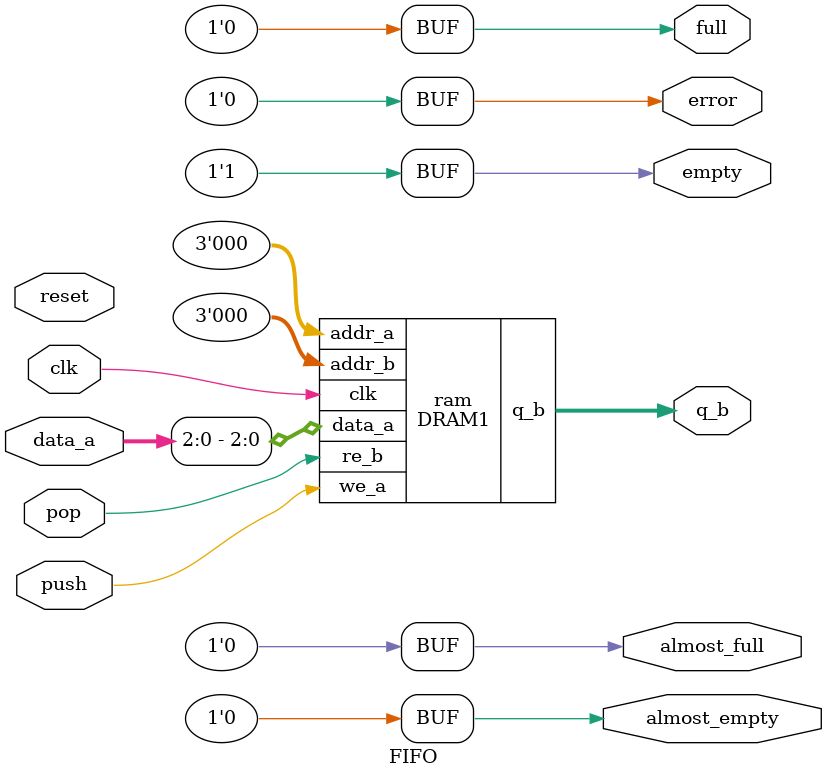
<source format=v>
/* Generated by Yosys 0.7+281 (git sha1 d38a64b, gcc 4.9.2-10 -fPIC -Os) */

(* src = "DRAM/DRAM1.v:1" *)
module DRAM1(data_a, addr_a, addr_b, we_a, re_b, clk, q_b);
  (* src = "DRAM/DRAM1.v:15" *)
  wire [2:0] _000_;
  (* src = "DRAM/DRAM1.v:15" *)
  wire [3:0] _001_;
  wire _002_;
  wire _003_;
  wire _004_;
  wire _005_;
  wire _006_;
  wire _007_;
  wire _008_;
  wire _009_;
  wire _010_;
  wire _011_;
  wire _012_;
  wire _013_;
  wire _014_;
  wire _015_;
  wire _016_;
  wire [3:0] _017_;
  wire [3:0] _018_;
  wire [3:0] _019_;
  wire [3:0] _020_;
  wire [3:0] _021_;
  wire [3:0] _022_;
  wire [3:0] _023_;
  wire [3:0] _024_;
  wire _025_;
  wire _026_;
  wire _027_;
  wire _028_;
  wire _029_;
  wire _030_;
  wire _031_;
  wire _032_;
  wire [3:0] _033_;
  wire [3:0] _034_;
  wire [3:0] _035_;
  wire [3:0] _036_;
  wire [3:0] _037_;
  wire [3:0] _038_;
  wire [3:0] _039_;
  wire [3:0] _040_;
  (* src = "DRAM/DRAM1.v:4" *)
  input [2:0] addr_a;
  (* src = "DRAM/DRAM1.v:4" *)
  input [2:0] addr_b;
  (* src = "DRAM/DRAM1.v:5" *)
  input clk;
  (* src = "DRAM/DRAM1.v:3" *)
  input [2:0] data_a;
  (* src = "DRAM/DRAM1.v:6" *)
  output [3:0] q_b;
  wire [3:0] \ram[0] ;
  wire [3:0] \ram[1] ;
  wire [3:0] \ram[2] ;
  wire [3:0] \ram[3] ;
  wire [3:0] \ram[4] ;
  wire [3:0] \ram[5] ;
  wire [3:0] \ram[6] ;
  wire [3:0] \ram[7] ;
  (* src = "DRAM/DRAM1.v:5" *)
  input re_b;
  (* src = "DRAM/DRAM1.v:5" *)
  input we_a;
  assign _021_[0] = addr_b[0] ? \ram[3] [0] : \ram[2] [0];
  assign _021_[1] = addr_b[0] ? \ram[3] [1] : \ram[2] [1];
  assign _021_[2] = addr_b[0] ? \ram[3] [2] : \ram[2] [2];
  assign _021_[3] = addr_b[0] ? \ram[3] [3] : \ram[2] [3];
  assign _036_[0] = _028_ ? _001_[0] : \ram[3] [0];
  assign _036_[1] = _028_ ? _001_[1] : \ram[3] [1];
  assign _036_[2] = _028_ ? _001_[2] : \ram[3] [2];
  assign _036_[3] = _028_ ? _001_[3] : \ram[3] [3];
  assign _017_[0] = re_b ? _024_[0] : q_b[0];
  assign _017_[1] = re_b ? _024_[1] : q_b[1];
  assign _017_[2] = re_b ? _024_[2] : q_b[2];
  assign _017_[3] = re_b ? _024_[3] : q_b[3];
  assign _024_[0] = addr_b[2] ? _019_[0] : _018_[0];
  assign _024_[1] = addr_b[2] ? _019_[1] : _018_[1];
  assign _024_[2] = addr_b[2] ? _019_[2] : _018_[2];
  assign _024_[3] = addr_b[2] ? _019_[3] : _018_[3];
  assign _018_[0] = addr_b[1] ? _021_[0] : _020_[0];
  assign _018_[1] = addr_b[1] ? _021_[1] : _020_[1];
  assign _018_[2] = addr_b[1] ? _021_[2] : _020_[2];
  assign _018_[3] = addr_b[1] ? _021_[3] : _020_[3];
  assign _023_[0] = addr_b[0] ? \ram[7] [0] : \ram[6] [0];
  assign _023_[1] = addr_b[0] ? \ram[7] [1] : \ram[6] [1];
  assign _023_[2] = addr_b[0] ? \ram[7] [2] : \ram[6] [2];
  assign _023_[3] = addr_b[0] ? \ram[7] [3] : \ram[6] [3];
  assign _019_[0] = addr_b[1] ? _023_[0] : _022_[0];
  assign _019_[1] = addr_b[1] ? _023_[1] : _022_[1];
  assign _019_[2] = addr_b[1] ? _023_[2] : _022_[2];
  assign _019_[3] = addr_b[1] ? _023_[3] : _022_[3];
  assign _020_[0] = addr_b[0] ? \ram[1] [0] : \ram[0] [0];
  assign _020_[1] = addr_b[0] ? \ram[1] [1] : \ram[0] [1];
  assign _020_[2] = addr_b[0] ? \ram[1] [2] : \ram[0] [2];
  assign _020_[3] = addr_b[0] ? \ram[1] [3] : \ram[0] [3];
  assign _034_[0] = _026_ ? _001_[0] : \ram[1] [0];
  assign _034_[1] = _026_ ? _001_[1] : \ram[1] [1];
  assign _034_[2] = _026_ ? _001_[2] : \ram[1] [2];
  assign _034_[3] = _026_ ? _001_[3] : \ram[1] [3];
  assign _040_[0] = _032_ ? _001_[0] : \ram[7] [0];
  assign _040_[1] = _032_ ? _001_[1] : \ram[7] [1];
  assign _040_[2] = _032_ ? _001_[2] : \ram[7] [2];
  assign _040_[3] = _032_ ? _001_[3] : \ram[7] [3];
  assign _039_[0] = _031_ ? _001_[0] : \ram[6] [0];
  assign _039_[1] = _031_ ? _001_[1] : \ram[6] [1];
  assign _039_[2] = _031_ ? _001_[2] : \ram[6] [2];
  assign _039_[3] = _031_ ? _001_[3] : \ram[6] [3];
  assign _033_[0] = _025_ ? _001_[0] : \ram[0] [0];
  assign _033_[1] = _025_ ? _001_[1] : \ram[0] [1];
  assign _033_[2] = _025_ ? _001_[2] : \ram[0] [2];
  assign _033_[3] = _025_ ? _001_[3] : \ram[0] [3];
  assign _038_[0] = _030_ ? _001_[0] : \ram[5] [0];
  assign _038_[1] = _030_ ? _001_[1] : \ram[5] [1];
  assign _038_[2] = _030_ ? _001_[2] : \ram[5] [2];
  assign _038_[3] = _030_ ? _001_[3] : \ram[5] [3];
  assign _037_[0] = _029_ ? _001_[0] : \ram[4] [0];
  assign _037_[1] = _029_ ? _001_[1] : \ram[4] [1];
  assign _037_[2] = _029_ ? _001_[2] : \ram[4] [2];
  assign _037_[3] = _029_ ? _001_[3] : \ram[4] [3];
  assign _001_[0] = we_a ? (* src = "DRAM/DRAM1.v:17" *) data_a[0] : 1'hx;
  assign _001_[1] = we_a ? (* src = "DRAM/DRAM1.v:17" *) data_a[1] : 1'hx;
  assign _001_[2] = we_a ? (* src = "DRAM/DRAM1.v:17" *) data_a[2] : 1'hx;
  assign _001_[3] = we_a ? (* src = "DRAM/DRAM1.v:17" *) 1'h0 : 1'hx;
  assign _035_[0] = _027_ ? _001_[0] : \ram[2] [0];
  assign _035_[1] = _027_ ? _001_[1] : \ram[2] [1];
  assign _035_[2] = _027_ ? _001_[2] : \ram[2] [2];
  assign _035_[3] = _027_ ? _001_[3] : \ram[2] [3];
  assign _000_[0] = we_a ? (* src = "DRAM/DRAM1.v:17" *) addr_a[0] : 1'hx;
  assign _000_[1] = we_a ? (* src = "DRAM/DRAM1.v:17" *) addr_a[1] : 1'hx;
  assign _000_[2] = we_a ? (* src = "DRAM/DRAM1.v:17" *) addr_a[2] : 1'hx;
  assign _022_[0] = addr_b[0] ? \ram[5] [0] : \ram[4] [0];
  assign _022_[1] = addr_b[0] ? \ram[5] [1] : \ram[4] [1];
  assign _022_[2] = addr_b[0] ? \ram[5] [2] : \ram[4] [2];
  assign _022_[3] = addr_b[0] ? \ram[5] [3] : \ram[4] [3];
  assign _016_ = ~_000_[2];
  assign _015_ = ~_000_[1];
  assign _014_ = ~_000_[0];
  DFF _115_ (
    .C(clk),
    .D(_034_[0]),
    .Q(\ram[1] [0])
  );
  DFF _116_ (
    .C(clk),
    .D(_034_[1]),
    .Q(\ram[1] [1])
  );
  DFF _117_ (
    .C(clk),
    .D(_034_[2]),
    .Q(\ram[1] [2])
  );
  DFF _118_ (
    .C(clk),
    .D(_034_[3]),
    .Q(\ram[1] [3])
  );
  DFF _119_ (
    .C(clk),
    .D(_036_[0]),
    .Q(\ram[3] [0])
  );
  DFF _120_ (
    .C(clk),
    .D(_036_[1]),
    .Q(\ram[3] [1])
  );
  DFF _121_ (
    .C(clk),
    .D(_036_[2]),
    .Q(\ram[3] [2])
  );
  DFF _122_ (
    .C(clk),
    .D(_036_[3]),
    .Q(\ram[3] [3])
  );
  DFF _123_ (
    .C(clk),
    .D(_037_[0]),
    .Q(\ram[4] [0])
  );
  DFF _124_ (
    .C(clk),
    .D(_037_[1]),
    .Q(\ram[4] [1])
  );
  DFF _125_ (
    .C(clk),
    .D(_037_[2]),
    .Q(\ram[4] [2])
  );
  DFF _126_ (
    .C(clk),
    .D(_037_[3]),
    .Q(\ram[4] [3])
  );
  DFF _127_ (
    .C(clk),
    .D(_039_[0]),
    .Q(\ram[6] [0])
  );
  DFF _128_ (
    .C(clk),
    .D(_039_[1]),
    .Q(\ram[6] [1])
  );
  DFF _129_ (
    .C(clk),
    .D(_039_[2]),
    .Q(\ram[6] [2])
  );
  DFF _130_ (
    .C(clk),
    .D(_039_[3]),
    .Q(\ram[6] [3])
  );
  DFF _131_ (
    .C(clk),
    .D(_038_[0]),
    .Q(\ram[5] [0])
  );
  DFF _132_ (
    .C(clk),
    .D(_038_[1]),
    .Q(\ram[5] [1])
  );
  DFF _133_ (
    .C(clk),
    .D(_038_[2]),
    .Q(\ram[5] [2])
  );
  DFF _134_ (
    .C(clk),
    .D(_038_[3]),
    .Q(\ram[5] [3])
  );
  DFF _135_ (
    .C(clk),
    .D(_040_[0]),
    .Q(\ram[7] [0])
  );
  DFF _136_ (
    .C(clk),
    .D(_040_[1]),
    .Q(\ram[7] [1])
  );
  DFF _137_ (
    .C(clk),
    .D(_040_[2]),
    .Q(\ram[7] [2])
  );
  DFF _138_ (
    .C(clk),
    .D(_040_[3]),
    .Q(\ram[7] [3])
  );
  DFF _139_ (
    .C(clk),
    .D(_017_[0]),
    .Q(q_b[0])
  );
  DFF _140_ (
    .C(clk),
    .D(_017_[1]),
    .Q(q_b[1])
  );
  DFF _141_ (
    .C(clk),
    .D(_017_[2]),
    .Q(q_b[2])
  );
  DFF _142_ (
    .C(clk),
    .D(_017_[3]),
    .Q(q_b[3])
  );
  DFF _143_ (
    .C(clk),
    .D(_035_[0]),
    .Q(\ram[2] [0])
  );
  DFF _144_ (
    .C(clk),
    .D(_035_[1]),
    .Q(\ram[2] [1])
  );
  DFF _145_ (
    .C(clk),
    .D(_035_[2]),
    .Q(\ram[2] [2])
  );
  DFF _146_ (
    .C(clk),
    .D(_035_[3]),
    .Q(\ram[2] [3])
  );
  DFF _147_ (
    .C(clk),
    .D(_033_[0]),
    .Q(\ram[0] [0])
  );
  DFF _148_ (
    .C(clk),
    .D(_033_[1]),
    .Q(\ram[0] [1])
  );
  DFF _149_ (
    .C(clk),
    .D(_033_[2]),
    .Q(\ram[0] [2])
  );
  DFF _150_ (
    .C(clk),
    .D(_033_[3]),
    .Q(\ram[0] [3])
  );
  assign _027_ = _006_ & we_a;
  assign _010_ = _000_[0] & _008_;
  assign _002_ = _015_ & _016_;
  assign _028_ = _007_ & we_a;
  assign _006_ = _014_ & _005_;
  assign _005_ = _000_[1] & _016_;
  assign _026_ = _004_ & we_a;
  assign _032_ = _013_ & we_a;
  assign _013_ = _000_[0] & _011_;
  assign _031_ = _012_ & we_a;
  assign _012_ = _014_ & _011_;
  assign _011_ = _000_[1] & _000_[2];
  assign _004_ = _000_[0] & _002_;
  assign _025_ = _003_ & we_a;
  assign _030_ = _010_ & we_a;
  assign _008_ = _015_ & _000_[2];
  assign _003_ = _014_ & _002_;
  assign _029_ = _009_ & we_a;
  assign _009_ = _014_ & _008_;
  assign _007_ = _000_[0] & _005_;
endmodule

(* top =  1  *)
(* src = "FIFO.v:4" *)
module FIFO(data_a, clk, push, pop, reset, q_b, error, full, empty, almost_full, almost_empty);
  (* src = "FIFO.v:9" *)
  output almost_empty;
  (* src = "FIFO.v:9" *)
  output almost_full;
  (* src = "FIFO.v:7" *)
  input clk;
  (* src = "FIFO.v:6" *)
  input [3:0] data_a;
  (* src = "FIFO.v:9" *)
  output empty;
  (* src = "FIFO.v:9" *)
  output error;
  (* src = "FIFO.v:9" *)
  output full;
  (* src = "FIFO.v:7" *)
  input pop;
  (* src = "FIFO.v:7" *)
  input push;
  (* src = "FIFO.v:8" *)
  output [3:0] q_b;
  (* src = "FIFO.v:7" *)
  input reset;
  (* src = "FIFO.v:17" *)
  DRAM1 ram (
    .addr_a(3'h0),
    .addr_b(3'h0),
    .clk(clk),
    .data_a(data_a[2:0]),
    .q_b(q_b),
    .re_b(pop),
    .we_a(push)
  );
  assign almost_empty = 1'h0;
  assign almost_full = 1'h0;
  assign empty = 1'h1;
  assign error = 1'h0;
  assign full = 1'h0;
endmodule

</source>
